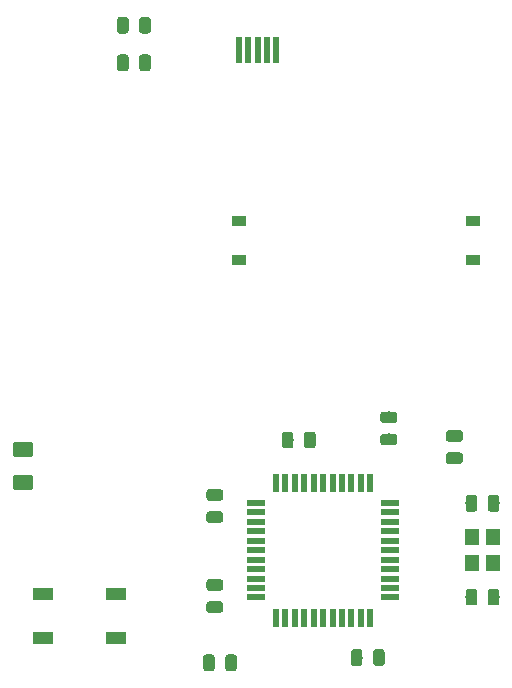
<source format=gbr>
G04 #@! TF.GenerationSoftware,KiCad,Pcbnew,(5.1.4)-1*
G04 #@! TF.CreationDate,2023-01-16T00:03:53+01:00*
G04 #@! TF.ProjectId,2ButtonKeyboardPCB,32427574-746f-46e4-9b65-79626f617264,rev?*
G04 #@! TF.SameCoordinates,Original*
G04 #@! TF.FileFunction,Paste,Bot*
G04 #@! TF.FilePolarity,Positive*
%FSLAX46Y46*%
G04 Gerber Fmt 4.6, Leading zero omitted, Abs format (unit mm)*
G04 Created by KiCad (PCBNEW (5.1.4)-1) date 2023-01-16 00:03:53*
%MOMM*%
%LPD*%
G04 APERTURE LIST*
%ADD10R,1.200000X0.900000*%
%ADD11R,1.200000X1.400000*%
%ADD12R,0.500000X2.250000*%
%ADD13R,1.500000X0.550000*%
%ADD14R,0.550000X1.500000*%
%ADD15R,1.800000X1.100000*%
%ADD16C,0.100000*%
%ADD17C,0.975000*%
%ADD18C,1.250000*%
G04 APERTURE END LIST*
D10*
X169068750Y-68993750D03*
X169068750Y-72293750D03*
X188912500Y-68931250D03*
X188912500Y-72231250D03*
D11*
X190556250Y-97937500D03*
X190556250Y-95737500D03*
X188856250Y-95737500D03*
X188856250Y-97937500D03*
D12*
X169056250Y-54506250D03*
X169856250Y-54506250D03*
X170656250Y-54506250D03*
X171456250Y-54506250D03*
X172256250Y-54506250D03*
D13*
X170512500Y-92837500D03*
X170512500Y-93637500D03*
X170512500Y-94437500D03*
X170512500Y-95237500D03*
X170512500Y-96037500D03*
X170512500Y-96837500D03*
X170512500Y-97637500D03*
X170512500Y-98437500D03*
X170512500Y-99237500D03*
X170512500Y-100037500D03*
X170512500Y-100837500D03*
D14*
X172212500Y-102537500D03*
X173012500Y-102537500D03*
X173812500Y-102537500D03*
X174612500Y-102537500D03*
X175412500Y-102537500D03*
X176212500Y-102537500D03*
X177012500Y-102537500D03*
X177812500Y-102537500D03*
X178612500Y-102537500D03*
X179412500Y-102537500D03*
X180212500Y-102537500D03*
D13*
X181912500Y-100837500D03*
X181912500Y-100037500D03*
X181912500Y-99237500D03*
X181912500Y-98437500D03*
X181912500Y-97637500D03*
X181912500Y-96837500D03*
X181912500Y-96037500D03*
X181912500Y-95237500D03*
X181912500Y-94437500D03*
X181912500Y-93637500D03*
X181912500Y-92837500D03*
D14*
X180212500Y-91137500D03*
X179412500Y-91137500D03*
X178612500Y-91137500D03*
X177812500Y-91137500D03*
X177012500Y-91137500D03*
X176212500Y-91137500D03*
X175412500Y-91137500D03*
X174612500Y-91137500D03*
X173812500Y-91137500D03*
X173012500Y-91137500D03*
X172212500Y-91137500D03*
D15*
X158675000Y-104243750D03*
X152475000Y-100543750D03*
X158675000Y-100543750D03*
X152475000Y-104243750D03*
D16*
G36*
X168686392Y-105663674D02*
G01*
X168710053Y-105667184D01*
X168733257Y-105672996D01*
X168755779Y-105681054D01*
X168777403Y-105691282D01*
X168797920Y-105703579D01*
X168817133Y-105717829D01*
X168834857Y-105733893D01*
X168850921Y-105751617D01*
X168865171Y-105770830D01*
X168877468Y-105791347D01*
X168887696Y-105812971D01*
X168895754Y-105835493D01*
X168901566Y-105858697D01*
X168905076Y-105882358D01*
X168906250Y-105906250D01*
X168906250Y-106818750D01*
X168905076Y-106842642D01*
X168901566Y-106866303D01*
X168895754Y-106889507D01*
X168887696Y-106912029D01*
X168877468Y-106933653D01*
X168865171Y-106954170D01*
X168850921Y-106973383D01*
X168834857Y-106991107D01*
X168817133Y-107007171D01*
X168797920Y-107021421D01*
X168777403Y-107033718D01*
X168755779Y-107043946D01*
X168733257Y-107052004D01*
X168710053Y-107057816D01*
X168686392Y-107061326D01*
X168662500Y-107062500D01*
X168175000Y-107062500D01*
X168151108Y-107061326D01*
X168127447Y-107057816D01*
X168104243Y-107052004D01*
X168081721Y-107043946D01*
X168060097Y-107033718D01*
X168039580Y-107021421D01*
X168020367Y-107007171D01*
X168002643Y-106991107D01*
X167986579Y-106973383D01*
X167972329Y-106954170D01*
X167960032Y-106933653D01*
X167949804Y-106912029D01*
X167941746Y-106889507D01*
X167935934Y-106866303D01*
X167932424Y-106842642D01*
X167931250Y-106818750D01*
X167931250Y-105906250D01*
X167932424Y-105882358D01*
X167935934Y-105858697D01*
X167941746Y-105835493D01*
X167949804Y-105812971D01*
X167960032Y-105791347D01*
X167972329Y-105770830D01*
X167986579Y-105751617D01*
X168002643Y-105733893D01*
X168020367Y-105717829D01*
X168039580Y-105703579D01*
X168060097Y-105691282D01*
X168081721Y-105681054D01*
X168104243Y-105672996D01*
X168127447Y-105667184D01*
X168151108Y-105663674D01*
X168175000Y-105662500D01*
X168662500Y-105662500D01*
X168686392Y-105663674D01*
X168686392Y-105663674D01*
G37*
D17*
X168418750Y-106362500D03*
D16*
G36*
X166811392Y-105663674D02*
G01*
X166835053Y-105667184D01*
X166858257Y-105672996D01*
X166880779Y-105681054D01*
X166902403Y-105691282D01*
X166922920Y-105703579D01*
X166942133Y-105717829D01*
X166959857Y-105733893D01*
X166975921Y-105751617D01*
X166990171Y-105770830D01*
X167002468Y-105791347D01*
X167012696Y-105812971D01*
X167020754Y-105835493D01*
X167026566Y-105858697D01*
X167030076Y-105882358D01*
X167031250Y-105906250D01*
X167031250Y-106818750D01*
X167030076Y-106842642D01*
X167026566Y-106866303D01*
X167020754Y-106889507D01*
X167012696Y-106912029D01*
X167002468Y-106933653D01*
X166990171Y-106954170D01*
X166975921Y-106973383D01*
X166959857Y-106991107D01*
X166942133Y-107007171D01*
X166922920Y-107021421D01*
X166902403Y-107033718D01*
X166880779Y-107043946D01*
X166858257Y-107052004D01*
X166835053Y-107057816D01*
X166811392Y-107061326D01*
X166787500Y-107062500D01*
X166300000Y-107062500D01*
X166276108Y-107061326D01*
X166252447Y-107057816D01*
X166229243Y-107052004D01*
X166206721Y-107043946D01*
X166185097Y-107033718D01*
X166164580Y-107021421D01*
X166145367Y-107007171D01*
X166127643Y-106991107D01*
X166111579Y-106973383D01*
X166097329Y-106954170D01*
X166085032Y-106933653D01*
X166074804Y-106912029D01*
X166066746Y-106889507D01*
X166060934Y-106866303D01*
X166057424Y-106842642D01*
X166056250Y-106818750D01*
X166056250Y-105906250D01*
X166057424Y-105882358D01*
X166060934Y-105858697D01*
X166066746Y-105835493D01*
X166074804Y-105812971D01*
X166085032Y-105791347D01*
X166097329Y-105770830D01*
X166111579Y-105751617D01*
X166127643Y-105733893D01*
X166145367Y-105717829D01*
X166164580Y-105703579D01*
X166185097Y-105691282D01*
X166206721Y-105681054D01*
X166229243Y-105672996D01*
X166252447Y-105667184D01*
X166276108Y-105663674D01*
X166300000Y-105662500D01*
X166787500Y-105662500D01*
X166811392Y-105663674D01*
X166811392Y-105663674D01*
G37*
D17*
X166543750Y-106362500D03*
D16*
G36*
X187805142Y-86682424D02*
G01*
X187828803Y-86685934D01*
X187852007Y-86691746D01*
X187874529Y-86699804D01*
X187896153Y-86710032D01*
X187916670Y-86722329D01*
X187935883Y-86736579D01*
X187953607Y-86752643D01*
X187969671Y-86770367D01*
X187983921Y-86789580D01*
X187996218Y-86810097D01*
X188006446Y-86831721D01*
X188014504Y-86854243D01*
X188020316Y-86877447D01*
X188023826Y-86901108D01*
X188025000Y-86925000D01*
X188025000Y-87412500D01*
X188023826Y-87436392D01*
X188020316Y-87460053D01*
X188014504Y-87483257D01*
X188006446Y-87505779D01*
X187996218Y-87527403D01*
X187983921Y-87547920D01*
X187969671Y-87567133D01*
X187953607Y-87584857D01*
X187935883Y-87600921D01*
X187916670Y-87615171D01*
X187896153Y-87627468D01*
X187874529Y-87637696D01*
X187852007Y-87645754D01*
X187828803Y-87651566D01*
X187805142Y-87655076D01*
X187781250Y-87656250D01*
X186868750Y-87656250D01*
X186844858Y-87655076D01*
X186821197Y-87651566D01*
X186797993Y-87645754D01*
X186775471Y-87637696D01*
X186753847Y-87627468D01*
X186733330Y-87615171D01*
X186714117Y-87600921D01*
X186696393Y-87584857D01*
X186680329Y-87567133D01*
X186666079Y-87547920D01*
X186653782Y-87527403D01*
X186643554Y-87505779D01*
X186635496Y-87483257D01*
X186629684Y-87460053D01*
X186626174Y-87436392D01*
X186625000Y-87412500D01*
X186625000Y-86925000D01*
X186626174Y-86901108D01*
X186629684Y-86877447D01*
X186635496Y-86854243D01*
X186643554Y-86831721D01*
X186653782Y-86810097D01*
X186666079Y-86789580D01*
X186680329Y-86770367D01*
X186696393Y-86752643D01*
X186714117Y-86736579D01*
X186733330Y-86722329D01*
X186753847Y-86710032D01*
X186775471Y-86699804D01*
X186797993Y-86691746D01*
X186821197Y-86685934D01*
X186844858Y-86682424D01*
X186868750Y-86681250D01*
X187781250Y-86681250D01*
X187805142Y-86682424D01*
X187805142Y-86682424D01*
G37*
D17*
X187325000Y-87168750D03*
D16*
G36*
X187805142Y-88557424D02*
G01*
X187828803Y-88560934D01*
X187852007Y-88566746D01*
X187874529Y-88574804D01*
X187896153Y-88585032D01*
X187916670Y-88597329D01*
X187935883Y-88611579D01*
X187953607Y-88627643D01*
X187969671Y-88645367D01*
X187983921Y-88664580D01*
X187996218Y-88685097D01*
X188006446Y-88706721D01*
X188014504Y-88729243D01*
X188020316Y-88752447D01*
X188023826Y-88776108D01*
X188025000Y-88800000D01*
X188025000Y-89287500D01*
X188023826Y-89311392D01*
X188020316Y-89335053D01*
X188014504Y-89358257D01*
X188006446Y-89380779D01*
X187996218Y-89402403D01*
X187983921Y-89422920D01*
X187969671Y-89442133D01*
X187953607Y-89459857D01*
X187935883Y-89475921D01*
X187916670Y-89490171D01*
X187896153Y-89502468D01*
X187874529Y-89512696D01*
X187852007Y-89520754D01*
X187828803Y-89526566D01*
X187805142Y-89530076D01*
X187781250Y-89531250D01*
X186868750Y-89531250D01*
X186844858Y-89530076D01*
X186821197Y-89526566D01*
X186797993Y-89520754D01*
X186775471Y-89512696D01*
X186753847Y-89502468D01*
X186733330Y-89490171D01*
X186714117Y-89475921D01*
X186696393Y-89459857D01*
X186680329Y-89442133D01*
X186666079Y-89422920D01*
X186653782Y-89402403D01*
X186643554Y-89380779D01*
X186635496Y-89358257D01*
X186629684Y-89335053D01*
X186626174Y-89311392D01*
X186625000Y-89287500D01*
X186625000Y-88800000D01*
X186626174Y-88776108D01*
X186629684Y-88752447D01*
X186635496Y-88729243D01*
X186643554Y-88706721D01*
X186653782Y-88685097D01*
X186666079Y-88664580D01*
X186680329Y-88645367D01*
X186696393Y-88627643D01*
X186714117Y-88611579D01*
X186733330Y-88597329D01*
X186753847Y-88585032D01*
X186775471Y-88574804D01*
X186797993Y-88566746D01*
X186821197Y-88560934D01*
X186844858Y-88557424D01*
X186868750Y-88556250D01*
X187781250Y-88556250D01*
X187805142Y-88557424D01*
X187805142Y-88557424D01*
G37*
D17*
X187325000Y-89043750D03*
D16*
G36*
X161398892Y-54863674D02*
G01*
X161422553Y-54867184D01*
X161445757Y-54872996D01*
X161468279Y-54881054D01*
X161489903Y-54891282D01*
X161510420Y-54903579D01*
X161529633Y-54917829D01*
X161547357Y-54933893D01*
X161563421Y-54951617D01*
X161577671Y-54970830D01*
X161589968Y-54991347D01*
X161600196Y-55012971D01*
X161608254Y-55035493D01*
X161614066Y-55058697D01*
X161617576Y-55082358D01*
X161618750Y-55106250D01*
X161618750Y-56018750D01*
X161617576Y-56042642D01*
X161614066Y-56066303D01*
X161608254Y-56089507D01*
X161600196Y-56112029D01*
X161589968Y-56133653D01*
X161577671Y-56154170D01*
X161563421Y-56173383D01*
X161547357Y-56191107D01*
X161529633Y-56207171D01*
X161510420Y-56221421D01*
X161489903Y-56233718D01*
X161468279Y-56243946D01*
X161445757Y-56252004D01*
X161422553Y-56257816D01*
X161398892Y-56261326D01*
X161375000Y-56262500D01*
X160887500Y-56262500D01*
X160863608Y-56261326D01*
X160839947Y-56257816D01*
X160816743Y-56252004D01*
X160794221Y-56243946D01*
X160772597Y-56233718D01*
X160752080Y-56221421D01*
X160732867Y-56207171D01*
X160715143Y-56191107D01*
X160699079Y-56173383D01*
X160684829Y-56154170D01*
X160672532Y-56133653D01*
X160662304Y-56112029D01*
X160654246Y-56089507D01*
X160648434Y-56066303D01*
X160644924Y-56042642D01*
X160643750Y-56018750D01*
X160643750Y-55106250D01*
X160644924Y-55082358D01*
X160648434Y-55058697D01*
X160654246Y-55035493D01*
X160662304Y-55012971D01*
X160672532Y-54991347D01*
X160684829Y-54970830D01*
X160699079Y-54951617D01*
X160715143Y-54933893D01*
X160732867Y-54917829D01*
X160752080Y-54903579D01*
X160772597Y-54891282D01*
X160794221Y-54881054D01*
X160816743Y-54872996D01*
X160839947Y-54867184D01*
X160863608Y-54863674D01*
X160887500Y-54862500D01*
X161375000Y-54862500D01*
X161398892Y-54863674D01*
X161398892Y-54863674D01*
G37*
D17*
X161131250Y-55562500D03*
D16*
G36*
X159523892Y-54863674D02*
G01*
X159547553Y-54867184D01*
X159570757Y-54872996D01*
X159593279Y-54881054D01*
X159614903Y-54891282D01*
X159635420Y-54903579D01*
X159654633Y-54917829D01*
X159672357Y-54933893D01*
X159688421Y-54951617D01*
X159702671Y-54970830D01*
X159714968Y-54991347D01*
X159725196Y-55012971D01*
X159733254Y-55035493D01*
X159739066Y-55058697D01*
X159742576Y-55082358D01*
X159743750Y-55106250D01*
X159743750Y-56018750D01*
X159742576Y-56042642D01*
X159739066Y-56066303D01*
X159733254Y-56089507D01*
X159725196Y-56112029D01*
X159714968Y-56133653D01*
X159702671Y-56154170D01*
X159688421Y-56173383D01*
X159672357Y-56191107D01*
X159654633Y-56207171D01*
X159635420Y-56221421D01*
X159614903Y-56233718D01*
X159593279Y-56243946D01*
X159570757Y-56252004D01*
X159547553Y-56257816D01*
X159523892Y-56261326D01*
X159500000Y-56262500D01*
X159012500Y-56262500D01*
X158988608Y-56261326D01*
X158964947Y-56257816D01*
X158941743Y-56252004D01*
X158919221Y-56243946D01*
X158897597Y-56233718D01*
X158877080Y-56221421D01*
X158857867Y-56207171D01*
X158840143Y-56191107D01*
X158824079Y-56173383D01*
X158809829Y-56154170D01*
X158797532Y-56133653D01*
X158787304Y-56112029D01*
X158779246Y-56089507D01*
X158773434Y-56066303D01*
X158769924Y-56042642D01*
X158768750Y-56018750D01*
X158768750Y-55106250D01*
X158769924Y-55082358D01*
X158773434Y-55058697D01*
X158779246Y-55035493D01*
X158787304Y-55012971D01*
X158797532Y-54991347D01*
X158809829Y-54970830D01*
X158824079Y-54951617D01*
X158840143Y-54933893D01*
X158857867Y-54917829D01*
X158877080Y-54903579D01*
X158897597Y-54891282D01*
X158919221Y-54881054D01*
X158941743Y-54872996D01*
X158964947Y-54867184D01*
X158988608Y-54863674D01*
X159012500Y-54862500D01*
X159500000Y-54862500D01*
X159523892Y-54863674D01*
X159523892Y-54863674D01*
G37*
D17*
X159256250Y-55562500D03*
D16*
G36*
X161398892Y-51688674D02*
G01*
X161422553Y-51692184D01*
X161445757Y-51697996D01*
X161468279Y-51706054D01*
X161489903Y-51716282D01*
X161510420Y-51728579D01*
X161529633Y-51742829D01*
X161547357Y-51758893D01*
X161563421Y-51776617D01*
X161577671Y-51795830D01*
X161589968Y-51816347D01*
X161600196Y-51837971D01*
X161608254Y-51860493D01*
X161614066Y-51883697D01*
X161617576Y-51907358D01*
X161618750Y-51931250D01*
X161618750Y-52843750D01*
X161617576Y-52867642D01*
X161614066Y-52891303D01*
X161608254Y-52914507D01*
X161600196Y-52937029D01*
X161589968Y-52958653D01*
X161577671Y-52979170D01*
X161563421Y-52998383D01*
X161547357Y-53016107D01*
X161529633Y-53032171D01*
X161510420Y-53046421D01*
X161489903Y-53058718D01*
X161468279Y-53068946D01*
X161445757Y-53077004D01*
X161422553Y-53082816D01*
X161398892Y-53086326D01*
X161375000Y-53087500D01*
X160887500Y-53087500D01*
X160863608Y-53086326D01*
X160839947Y-53082816D01*
X160816743Y-53077004D01*
X160794221Y-53068946D01*
X160772597Y-53058718D01*
X160752080Y-53046421D01*
X160732867Y-53032171D01*
X160715143Y-53016107D01*
X160699079Y-52998383D01*
X160684829Y-52979170D01*
X160672532Y-52958653D01*
X160662304Y-52937029D01*
X160654246Y-52914507D01*
X160648434Y-52891303D01*
X160644924Y-52867642D01*
X160643750Y-52843750D01*
X160643750Y-51931250D01*
X160644924Y-51907358D01*
X160648434Y-51883697D01*
X160654246Y-51860493D01*
X160662304Y-51837971D01*
X160672532Y-51816347D01*
X160684829Y-51795830D01*
X160699079Y-51776617D01*
X160715143Y-51758893D01*
X160732867Y-51742829D01*
X160752080Y-51728579D01*
X160772597Y-51716282D01*
X160794221Y-51706054D01*
X160816743Y-51697996D01*
X160839947Y-51692184D01*
X160863608Y-51688674D01*
X160887500Y-51687500D01*
X161375000Y-51687500D01*
X161398892Y-51688674D01*
X161398892Y-51688674D01*
G37*
D17*
X161131250Y-52387500D03*
D16*
G36*
X159523892Y-51688674D02*
G01*
X159547553Y-51692184D01*
X159570757Y-51697996D01*
X159593279Y-51706054D01*
X159614903Y-51716282D01*
X159635420Y-51728579D01*
X159654633Y-51742829D01*
X159672357Y-51758893D01*
X159688421Y-51776617D01*
X159702671Y-51795830D01*
X159714968Y-51816347D01*
X159725196Y-51837971D01*
X159733254Y-51860493D01*
X159739066Y-51883697D01*
X159742576Y-51907358D01*
X159743750Y-51931250D01*
X159743750Y-52843750D01*
X159742576Y-52867642D01*
X159739066Y-52891303D01*
X159733254Y-52914507D01*
X159725196Y-52937029D01*
X159714968Y-52958653D01*
X159702671Y-52979170D01*
X159688421Y-52998383D01*
X159672357Y-53016107D01*
X159654633Y-53032171D01*
X159635420Y-53046421D01*
X159614903Y-53058718D01*
X159593279Y-53068946D01*
X159570757Y-53077004D01*
X159547553Y-53082816D01*
X159523892Y-53086326D01*
X159500000Y-53087500D01*
X159012500Y-53087500D01*
X158988608Y-53086326D01*
X158964947Y-53082816D01*
X158941743Y-53077004D01*
X158919221Y-53068946D01*
X158897597Y-53058718D01*
X158877080Y-53046421D01*
X158857867Y-53032171D01*
X158840143Y-53016107D01*
X158824079Y-52998383D01*
X158809829Y-52979170D01*
X158797532Y-52958653D01*
X158787304Y-52937029D01*
X158779246Y-52914507D01*
X158773434Y-52891303D01*
X158769924Y-52867642D01*
X158768750Y-52843750D01*
X158768750Y-51931250D01*
X158769924Y-51907358D01*
X158773434Y-51883697D01*
X158779246Y-51860493D01*
X158787304Y-51837971D01*
X158797532Y-51816347D01*
X158809829Y-51795830D01*
X158824079Y-51776617D01*
X158840143Y-51758893D01*
X158857867Y-51742829D01*
X158877080Y-51728579D01*
X158897597Y-51716282D01*
X158919221Y-51706054D01*
X158941743Y-51697996D01*
X158964947Y-51692184D01*
X158988608Y-51688674D01*
X159012500Y-51687500D01*
X159500000Y-51687500D01*
X159523892Y-51688674D01*
X159523892Y-51688674D01*
G37*
D17*
X159256250Y-52387500D03*
D16*
G36*
X151462004Y-87669954D02*
G01*
X151486273Y-87673554D01*
X151510071Y-87679515D01*
X151533171Y-87687780D01*
X151555349Y-87698270D01*
X151576393Y-87710883D01*
X151596098Y-87725497D01*
X151614277Y-87741973D01*
X151630753Y-87760152D01*
X151645367Y-87779857D01*
X151657980Y-87800901D01*
X151668470Y-87823079D01*
X151676735Y-87846179D01*
X151682696Y-87869977D01*
X151686296Y-87894246D01*
X151687500Y-87918750D01*
X151687500Y-88668750D01*
X151686296Y-88693254D01*
X151682696Y-88717523D01*
X151676735Y-88741321D01*
X151668470Y-88764421D01*
X151657980Y-88786599D01*
X151645367Y-88807643D01*
X151630753Y-88827348D01*
X151614277Y-88845527D01*
X151596098Y-88862003D01*
X151576393Y-88876617D01*
X151555349Y-88889230D01*
X151533171Y-88899720D01*
X151510071Y-88907985D01*
X151486273Y-88913946D01*
X151462004Y-88917546D01*
X151437500Y-88918750D01*
X150187500Y-88918750D01*
X150162996Y-88917546D01*
X150138727Y-88913946D01*
X150114929Y-88907985D01*
X150091829Y-88899720D01*
X150069651Y-88889230D01*
X150048607Y-88876617D01*
X150028902Y-88862003D01*
X150010723Y-88845527D01*
X149994247Y-88827348D01*
X149979633Y-88807643D01*
X149967020Y-88786599D01*
X149956530Y-88764421D01*
X149948265Y-88741321D01*
X149942304Y-88717523D01*
X149938704Y-88693254D01*
X149937500Y-88668750D01*
X149937500Y-87918750D01*
X149938704Y-87894246D01*
X149942304Y-87869977D01*
X149948265Y-87846179D01*
X149956530Y-87823079D01*
X149967020Y-87800901D01*
X149979633Y-87779857D01*
X149994247Y-87760152D01*
X150010723Y-87741973D01*
X150028902Y-87725497D01*
X150048607Y-87710883D01*
X150069651Y-87698270D01*
X150091829Y-87687780D01*
X150114929Y-87679515D01*
X150138727Y-87673554D01*
X150162996Y-87669954D01*
X150187500Y-87668750D01*
X151437500Y-87668750D01*
X151462004Y-87669954D01*
X151462004Y-87669954D01*
G37*
D18*
X150812500Y-88293750D03*
D16*
G36*
X151462004Y-90469954D02*
G01*
X151486273Y-90473554D01*
X151510071Y-90479515D01*
X151533171Y-90487780D01*
X151555349Y-90498270D01*
X151576393Y-90510883D01*
X151596098Y-90525497D01*
X151614277Y-90541973D01*
X151630753Y-90560152D01*
X151645367Y-90579857D01*
X151657980Y-90600901D01*
X151668470Y-90623079D01*
X151676735Y-90646179D01*
X151682696Y-90669977D01*
X151686296Y-90694246D01*
X151687500Y-90718750D01*
X151687500Y-91468750D01*
X151686296Y-91493254D01*
X151682696Y-91517523D01*
X151676735Y-91541321D01*
X151668470Y-91564421D01*
X151657980Y-91586599D01*
X151645367Y-91607643D01*
X151630753Y-91627348D01*
X151614277Y-91645527D01*
X151596098Y-91662003D01*
X151576393Y-91676617D01*
X151555349Y-91689230D01*
X151533171Y-91699720D01*
X151510071Y-91707985D01*
X151486273Y-91713946D01*
X151462004Y-91717546D01*
X151437500Y-91718750D01*
X150187500Y-91718750D01*
X150162996Y-91717546D01*
X150138727Y-91713946D01*
X150114929Y-91707985D01*
X150091829Y-91699720D01*
X150069651Y-91689230D01*
X150048607Y-91676617D01*
X150028902Y-91662003D01*
X150010723Y-91645527D01*
X149994247Y-91627348D01*
X149979633Y-91607643D01*
X149967020Y-91586599D01*
X149956530Y-91564421D01*
X149948265Y-91541321D01*
X149942304Y-91517523D01*
X149938704Y-91493254D01*
X149937500Y-91468750D01*
X149937500Y-90718750D01*
X149938704Y-90694246D01*
X149942304Y-90669977D01*
X149948265Y-90646179D01*
X149956530Y-90623079D01*
X149967020Y-90600901D01*
X149979633Y-90579857D01*
X149994247Y-90560152D01*
X150010723Y-90541973D01*
X150028902Y-90525497D01*
X150048607Y-90510883D01*
X150069651Y-90498270D01*
X150091829Y-90487780D01*
X150114929Y-90479515D01*
X150138727Y-90473554D01*
X150162996Y-90469954D01*
X150187500Y-90468750D01*
X151437500Y-90468750D01*
X151462004Y-90469954D01*
X151462004Y-90469954D01*
G37*
D18*
X150812500Y-91093750D03*
D16*
G36*
X182248892Y-85094924D02*
G01*
X182272553Y-85098434D01*
X182295757Y-85104246D01*
X182318279Y-85112304D01*
X182339903Y-85122532D01*
X182360420Y-85134829D01*
X182379633Y-85149079D01*
X182397357Y-85165143D01*
X182413421Y-85182867D01*
X182427671Y-85202080D01*
X182439968Y-85222597D01*
X182450196Y-85244221D01*
X182458254Y-85266743D01*
X182464066Y-85289947D01*
X182467576Y-85313608D01*
X182468750Y-85337500D01*
X182468750Y-85825000D01*
X182467576Y-85848892D01*
X182464066Y-85872553D01*
X182458254Y-85895757D01*
X182450196Y-85918279D01*
X182439968Y-85939903D01*
X182427671Y-85960420D01*
X182413421Y-85979633D01*
X182397357Y-85997357D01*
X182379633Y-86013421D01*
X182360420Y-86027671D01*
X182339903Y-86039968D01*
X182318279Y-86050196D01*
X182295757Y-86058254D01*
X182272553Y-86064066D01*
X182248892Y-86067576D01*
X182225000Y-86068750D01*
X181312500Y-86068750D01*
X181288608Y-86067576D01*
X181264947Y-86064066D01*
X181241743Y-86058254D01*
X181219221Y-86050196D01*
X181197597Y-86039968D01*
X181177080Y-86027671D01*
X181157867Y-86013421D01*
X181140143Y-85997357D01*
X181124079Y-85979633D01*
X181109829Y-85960420D01*
X181097532Y-85939903D01*
X181087304Y-85918279D01*
X181079246Y-85895757D01*
X181073434Y-85872553D01*
X181069924Y-85848892D01*
X181068750Y-85825000D01*
X181068750Y-85337500D01*
X181069924Y-85313608D01*
X181073434Y-85289947D01*
X181079246Y-85266743D01*
X181087304Y-85244221D01*
X181097532Y-85222597D01*
X181109829Y-85202080D01*
X181124079Y-85182867D01*
X181140143Y-85165143D01*
X181157867Y-85149079D01*
X181177080Y-85134829D01*
X181197597Y-85122532D01*
X181219221Y-85112304D01*
X181241743Y-85104246D01*
X181264947Y-85098434D01*
X181288608Y-85094924D01*
X181312500Y-85093750D01*
X182225000Y-85093750D01*
X182248892Y-85094924D01*
X182248892Y-85094924D01*
G37*
D17*
X181768750Y-85581250D03*
D16*
G36*
X182248892Y-86969924D02*
G01*
X182272553Y-86973434D01*
X182295757Y-86979246D01*
X182318279Y-86987304D01*
X182339903Y-86997532D01*
X182360420Y-87009829D01*
X182379633Y-87024079D01*
X182397357Y-87040143D01*
X182413421Y-87057867D01*
X182427671Y-87077080D01*
X182439968Y-87097597D01*
X182450196Y-87119221D01*
X182458254Y-87141743D01*
X182464066Y-87164947D01*
X182467576Y-87188608D01*
X182468750Y-87212500D01*
X182468750Y-87700000D01*
X182467576Y-87723892D01*
X182464066Y-87747553D01*
X182458254Y-87770757D01*
X182450196Y-87793279D01*
X182439968Y-87814903D01*
X182427671Y-87835420D01*
X182413421Y-87854633D01*
X182397357Y-87872357D01*
X182379633Y-87888421D01*
X182360420Y-87902671D01*
X182339903Y-87914968D01*
X182318279Y-87925196D01*
X182295757Y-87933254D01*
X182272553Y-87939066D01*
X182248892Y-87942576D01*
X182225000Y-87943750D01*
X181312500Y-87943750D01*
X181288608Y-87942576D01*
X181264947Y-87939066D01*
X181241743Y-87933254D01*
X181219221Y-87925196D01*
X181197597Y-87914968D01*
X181177080Y-87902671D01*
X181157867Y-87888421D01*
X181140143Y-87872357D01*
X181124079Y-87854633D01*
X181109829Y-87835420D01*
X181097532Y-87814903D01*
X181087304Y-87793279D01*
X181079246Y-87770757D01*
X181073434Y-87747553D01*
X181069924Y-87723892D01*
X181068750Y-87700000D01*
X181068750Y-87212500D01*
X181069924Y-87188608D01*
X181073434Y-87164947D01*
X181079246Y-87141743D01*
X181087304Y-87119221D01*
X181097532Y-87097597D01*
X181109829Y-87077080D01*
X181124079Y-87057867D01*
X181140143Y-87040143D01*
X181157867Y-87024079D01*
X181177080Y-87009829D01*
X181197597Y-86997532D01*
X181219221Y-86987304D01*
X181241743Y-86979246D01*
X181264947Y-86973434D01*
X181288608Y-86969924D01*
X181312500Y-86968750D01*
X182225000Y-86968750D01*
X182248892Y-86969924D01*
X182248892Y-86969924D01*
G37*
D17*
X181768750Y-87456250D03*
D16*
G36*
X167516892Y-93542174D02*
G01*
X167540553Y-93545684D01*
X167563757Y-93551496D01*
X167586279Y-93559554D01*
X167607903Y-93569782D01*
X167628420Y-93582079D01*
X167647633Y-93596329D01*
X167665357Y-93612393D01*
X167681421Y-93630117D01*
X167695671Y-93649330D01*
X167707968Y-93669847D01*
X167718196Y-93691471D01*
X167726254Y-93713993D01*
X167732066Y-93737197D01*
X167735576Y-93760858D01*
X167736750Y-93784750D01*
X167736750Y-94272250D01*
X167735576Y-94296142D01*
X167732066Y-94319803D01*
X167726254Y-94343007D01*
X167718196Y-94365529D01*
X167707968Y-94387153D01*
X167695671Y-94407670D01*
X167681421Y-94426883D01*
X167665357Y-94444607D01*
X167647633Y-94460671D01*
X167628420Y-94474921D01*
X167607903Y-94487218D01*
X167586279Y-94497446D01*
X167563757Y-94505504D01*
X167540553Y-94511316D01*
X167516892Y-94514826D01*
X167493000Y-94516000D01*
X166580500Y-94516000D01*
X166556608Y-94514826D01*
X166532947Y-94511316D01*
X166509743Y-94505504D01*
X166487221Y-94497446D01*
X166465597Y-94487218D01*
X166445080Y-94474921D01*
X166425867Y-94460671D01*
X166408143Y-94444607D01*
X166392079Y-94426883D01*
X166377829Y-94407670D01*
X166365532Y-94387153D01*
X166355304Y-94365529D01*
X166347246Y-94343007D01*
X166341434Y-94319803D01*
X166337924Y-94296142D01*
X166336750Y-94272250D01*
X166336750Y-93784750D01*
X166337924Y-93760858D01*
X166341434Y-93737197D01*
X166347246Y-93713993D01*
X166355304Y-93691471D01*
X166365532Y-93669847D01*
X166377829Y-93649330D01*
X166392079Y-93630117D01*
X166408143Y-93612393D01*
X166425867Y-93596329D01*
X166445080Y-93582079D01*
X166465597Y-93569782D01*
X166487221Y-93559554D01*
X166509743Y-93551496D01*
X166532947Y-93545684D01*
X166556608Y-93542174D01*
X166580500Y-93541000D01*
X167493000Y-93541000D01*
X167516892Y-93542174D01*
X167516892Y-93542174D01*
G37*
D17*
X167036750Y-94028500D03*
D16*
G36*
X167516892Y-91667174D02*
G01*
X167540553Y-91670684D01*
X167563757Y-91676496D01*
X167586279Y-91684554D01*
X167607903Y-91694782D01*
X167628420Y-91707079D01*
X167647633Y-91721329D01*
X167665357Y-91737393D01*
X167681421Y-91755117D01*
X167695671Y-91774330D01*
X167707968Y-91794847D01*
X167718196Y-91816471D01*
X167726254Y-91838993D01*
X167732066Y-91862197D01*
X167735576Y-91885858D01*
X167736750Y-91909750D01*
X167736750Y-92397250D01*
X167735576Y-92421142D01*
X167732066Y-92444803D01*
X167726254Y-92468007D01*
X167718196Y-92490529D01*
X167707968Y-92512153D01*
X167695671Y-92532670D01*
X167681421Y-92551883D01*
X167665357Y-92569607D01*
X167647633Y-92585671D01*
X167628420Y-92599921D01*
X167607903Y-92612218D01*
X167586279Y-92622446D01*
X167563757Y-92630504D01*
X167540553Y-92636316D01*
X167516892Y-92639826D01*
X167493000Y-92641000D01*
X166580500Y-92641000D01*
X166556608Y-92639826D01*
X166532947Y-92636316D01*
X166509743Y-92630504D01*
X166487221Y-92622446D01*
X166465597Y-92612218D01*
X166445080Y-92599921D01*
X166425867Y-92585671D01*
X166408143Y-92569607D01*
X166392079Y-92551883D01*
X166377829Y-92532670D01*
X166365532Y-92512153D01*
X166355304Y-92490529D01*
X166347246Y-92468007D01*
X166341434Y-92444803D01*
X166337924Y-92421142D01*
X166336750Y-92397250D01*
X166336750Y-91909750D01*
X166337924Y-91885858D01*
X166341434Y-91862197D01*
X166347246Y-91838993D01*
X166355304Y-91816471D01*
X166365532Y-91794847D01*
X166377829Y-91774330D01*
X166392079Y-91755117D01*
X166408143Y-91737393D01*
X166425867Y-91721329D01*
X166445080Y-91707079D01*
X166465597Y-91694782D01*
X166487221Y-91684554D01*
X166509743Y-91676496D01*
X166532947Y-91670684D01*
X166556608Y-91667174D01*
X166580500Y-91666000D01*
X167493000Y-91666000D01*
X167516892Y-91667174D01*
X167516892Y-91667174D01*
G37*
D17*
X167036750Y-92153500D03*
D16*
G36*
X167516892Y-99287174D02*
G01*
X167540553Y-99290684D01*
X167563757Y-99296496D01*
X167586279Y-99304554D01*
X167607903Y-99314782D01*
X167628420Y-99327079D01*
X167647633Y-99341329D01*
X167665357Y-99357393D01*
X167681421Y-99375117D01*
X167695671Y-99394330D01*
X167707968Y-99414847D01*
X167718196Y-99436471D01*
X167726254Y-99458993D01*
X167732066Y-99482197D01*
X167735576Y-99505858D01*
X167736750Y-99529750D01*
X167736750Y-100017250D01*
X167735576Y-100041142D01*
X167732066Y-100064803D01*
X167726254Y-100088007D01*
X167718196Y-100110529D01*
X167707968Y-100132153D01*
X167695671Y-100152670D01*
X167681421Y-100171883D01*
X167665357Y-100189607D01*
X167647633Y-100205671D01*
X167628420Y-100219921D01*
X167607903Y-100232218D01*
X167586279Y-100242446D01*
X167563757Y-100250504D01*
X167540553Y-100256316D01*
X167516892Y-100259826D01*
X167493000Y-100261000D01*
X166580500Y-100261000D01*
X166556608Y-100259826D01*
X166532947Y-100256316D01*
X166509743Y-100250504D01*
X166487221Y-100242446D01*
X166465597Y-100232218D01*
X166445080Y-100219921D01*
X166425867Y-100205671D01*
X166408143Y-100189607D01*
X166392079Y-100171883D01*
X166377829Y-100152670D01*
X166365532Y-100132153D01*
X166355304Y-100110529D01*
X166347246Y-100088007D01*
X166341434Y-100064803D01*
X166337924Y-100041142D01*
X166336750Y-100017250D01*
X166336750Y-99529750D01*
X166337924Y-99505858D01*
X166341434Y-99482197D01*
X166347246Y-99458993D01*
X166355304Y-99436471D01*
X166365532Y-99414847D01*
X166377829Y-99394330D01*
X166392079Y-99375117D01*
X166408143Y-99357393D01*
X166425867Y-99341329D01*
X166445080Y-99327079D01*
X166465597Y-99314782D01*
X166487221Y-99304554D01*
X166509743Y-99296496D01*
X166532947Y-99290684D01*
X166556608Y-99287174D01*
X166580500Y-99286000D01*
X167493000Y-99286000D01*
X167516892Y-99287174D01*
X167516892Y-99287174D01*
G37*
D17*
X167036750Y-99773500D03*
D16*
G36*
X167516892Y-101162174D02*
G01*
X167540553Y-101165684D01*
X167563757Y-101171496D01*
X167586279Y-101179554D01*
X167607903Y-101189782D01*
X167628420Y-101202079D01*
X167647633Y-101216329D01*
X167665357Y-101232393D01*
X167681421Y-101250117D01*
X167695671Y-101269330D01*
X167707968Y-101289847D01*
X167718196Y-101311471D01*
X167726254Y-101333993D01*
X167732066Y-101357197D01*
X167735576Y-101380858D01*
X167736750Y-101404750D01*
X167736750Y-101892250D01*
X167735576Y-101916142D01*
X167732066Y-101939803D01*
X167726254Y-101963007D01*
X167718196Y-101985529D01*
X167707968Y-102007153D01*
X167695671Y-102027670D01*
X167681421Y-102046883D01*
X167665357Y-102064607D01*
X167647633Y-102080671D01*
X167628420Y-102094921D01*
X167607903Y-102107218D01*
X167586279Y-102117446D01*
X167563757Y-102125504D01*
X167540553Y-102131316D01*
X167516892Y-102134826D01*
X167493000Y-102136000D01*
X166580500Y-102136000D01*
X166556608Y-102134826D01*
X166532947Y-102131316D01*
X166509743Y-102125504D01*
X166487221Y-102117446D01*
X166465597Y-102107218D01*
X166445080Y-102094921D01*
X166425867Y-102080671D01*
X166408143Y-102064607D01*
X166392079Y-102046883D01*
X166377829Y-102027670D01*
X166365532Y-102007153D01*
X166355304Y-101985529D01*
X166347246Y-101963007D01*
X166341434Y-101939803D01*
X166337924Y-101916142D01*
X166336750Y-101892250D01*
X166336750Y-101404750D01*
X166337924Y-101380858D01*
X166341434Y-101357197D01*
X166347246Y-101333993D01*
X166355304Y-101311471D01*
X166365532Y-101289847D01*
X166377829Y-101269330D01*
X166392079Y-101250117D01*
X166408143Y-101232393D01*
X166425867Y-101216329D01*
X166445080Y-101202079D01*
X166465597Y-101189782D01*
X166487221Y-101179554D01*
X166509743Y-101171496D01*
X166532947Y-101165684D01*
X166556608Y-101162174D01*
X166580500Y-101161000D01*
X167493000Y-101161000D01*
X167516892Y-101162174D01*
X167516892Y-101162174D01*
G37*
D17*
X167036750Y-101648500D03*
D16*
G36*
X189036392Y-92169924D02*
G01*
X189060053Y-92173434D01*
X189083257Y-92179246D01*
X189105779Y-92187304D01*
X189127403Y-92197532D01*
X189147920Y-92209829D01*
X189167133Y-92224079D01*
X189184857Y-92240143D01*
X189200921Y-92257867D01*
X189215171Y-92277080D01*
X189227468Y-92297597D01*
X189237696Y-92319221D01*
X189245754Y-92341743D01*
X189251566Y-92364947D01*
X189255076Y-92388608D01*
X189256250Y-92412500D01*
X189256250Y-93325000D01*
X189255076Y-93348892D01*
X189251566Y-93372553D01*
X189245754Y-93395757D01*
X189237696Y-93418279D01*
X189227468Y-93439903D01*
X189215171Y-93460420D01*
X189200921Y-93479633D01*
X189184857Y-93497357D01*
X189167133Y-93513421D01*
X189147920Y-93527671D01*
X189127403Y-93539968D01*
X189105779Y-93550196D01*
X189083257Y-93558254D01*
X189060053Y-93564066D01*
X189036392Y-93567576D01*
X189012500Y-93568750D01*
X188525000Y-93568750D01*
X188501108Y-93567576D01*
X188477447Y-93564066D01*
X188454243Y-93558254D01*
X188431721Y-93550196D01*
X188410097Y-93539968D01*
X188389580Y-93527671D01*
X188370367Y-93513421D01*
X188352643Y-93497357D01*
X188336579Y-93479633D01*
X188322329Y-93460420D01*
X188310032Y-93439903D01*
X188299804Y-93418279D01*
X188291746Y-93395757D01*
X188285934Y-93372553D01*
X188282424Y-93348892D01*
X188281250Y-93325000D01*
X188281250Y-92412500D01*
X188282424Y-92388608D01*
X188285934Y-92364947D01*
X188291746Y-92341743D01*
X188299804Y-92319221D01*
X188310032Y-92297597D01*
X188322329Y-92277080D01*
X188336579Y-92257867D01*
X188352643Y-92240143D01*
X188370367Y-92224079D01*
X188389580Y-92209829D01*
X188410097Y-92197532D01*
X188431721Y-92187304D01*
X188454243Y-92179246D01*
X188477447Y-92173434D01*
X188501108Y-92169924D01*
X188525000Y-92168750D01*
X189012500Y-92168750D01*
X189036392Y-92169924D01*
X189036392Y-92169924D01*
G37*
D17*
X188768750Y-92868750D03*
D16*
G36*
X190911392Y-92169924D02*
G01*
X190935053Y-92173434D01*
X190958257Y-92179246D01*
X190980779Y-92187304D01*
X191002403Y-92197532D01*
X191022920Y-92209829D01*
X191042133Y-92224079D01*
X191059857Y-92240143D01*
X191075921Y-92257867D01*
X191090171Y-92277080D01*
X191102468Y-92297597D01*
X191112696Y-92319221D01*
X191120754Y-92341743D01*
X191126566Y-92364947D01*
X191130076Y-92388608D01*
X191131250Y-92412500D01*
X191131250Y-93325000D01*
X191130076Y-93348892D01*
X191126566Y-93372553D01*
X191120754Y-93395757D01*
X191112696Y-93418279D01*
X191102468Y-93439903D01*
X191090171Y-93460420D01*
X191075921Y-93479633D01*
X191059857Y-93497357D01*
X191042133Y-93513421D01*
X191022920Y-93527671D01*
X191002403Y-93539968D01*
X190980779Y-93550196D01*
X190958257Y-93558254D01*
X190935053Y-93564066D01*
X190911392Y-93567576D01*
X190887500Y-93568750D01*
X190400000Y-93568750D01*
X190376108Y-93567576D01*
X190352447Y-93564066D01*
X190329243Y-93558254D01*
X190306721Y-93550196D01*
X190285097Y-93539968D01*
X190264580Y-93527671D01*
X190245367Y-93513421D01*
X190227643Y-93497357D01*
X190211579Y-93479633D01*
X190197329Y-93460420D01*
X190185032Y-93439903D01*
X190174804Y-93418279D01*
X190166746Y-93395757D01*
X190160934Y-93372553D01*
X190157424Y-93348892D01*
X190156250Y-93325000D01*
X190156250Y-92412500D01*
X190157424Y-92388608D01*
X190160934Y-92364947D01*
X190166746Y-92341743D01*
X190174804Y-92319221D01*
X190185032Y-92297597D01*
X190197329Y-92277080D01*
X190211579Y-92257867D01*
X190227643Y-92240143D01*
X190245367Y-92224079D01*
X190264580Y-92209829D01*
X190285097Y-92197532D01*
X190306721Y-92187304D01*
X190329243Y-92179246D01*
X190352447Y-92173434D01*
X190376108Y-92169924D01*
X190400000Y-92168750D01*
X190887500Y-92168750D01*
X190911392Y-92169924D01*
X190911392Y-92169924D01*
G37*
D17*
X190643750Y-92868750D03*
D16*
G36*
X190911392Y-100107424D02*
G01*
X190935053Y-100110934D01*
X190958257Y-100116746D01*
X190980779Y-100124804D01*
X191002403Y-100135032D01*
X191022920Y-100147329D01*
X191042133Y-100161579D01*
X191059857Y-100177643D01*
X191075921Y-100195367D01*
X191090171Y-100214580D01*
X191102468Y-100235097D01*
X191112696Y-100256721D01*
X191120754Y-100279243D01*
X191126566Y-100302447D01*
X191130076Y-100326108D01*
X191131250Y-100350000D01*
X191131250Y-101262500D01*
X191130076Y-101286392D01*
X191126566Y-101310053D01*
X191120754Y-101333257D01*
X191112696Y-101355779D01*
X191102468Y-101377403D01*
X191090171Y-101397920D01*
X191075921Y-101417133D01*
X191059857Y-101434857D01*
X191042133Y-101450921D01*
X191022920Y-101465171D01*
X191002403Y-101477468D01*
X190980779Y-101487696D01*
X190958257Y-101495754D01*
X190935053Y-101501566D01*
X190911392Y-101505076D01*
X190887500Y-101506250D01*
X190400000Y-101506250D01*
X190376108Y-101505076D01*
X190352447Y-101501566D01*
X190329243Y-101495754D01*
X190306721Y-101487696D01*
X190285097Y-101477468D01*
X190264580Y-101465171D01*
X190245367Y-101450921D01*
X190227643Y-101434857D01*
X190211579Y-101417133D01*
X190197329Y-101397920D01*
X190185032Y-101377403D01*
X190174804Y-101355779D01*
X190166746Y-101333257D01*
X190160934Y-101310053D01*
X190157424Y-101286392D01*
X190156250Y-101262500D01*
X190156250Y-100350000D01*
X190157424Y-100326108D01*
X190160934Y-100302447D01*
X190166746Y-100279243D01*
X190174804Y-100256721D01*
X190185032Y-100235097D01*
X190197329Y-100214580D01*
X190211579Y-100195367D01*
X190227643Y-100177643D01*
X190245367Y-100161579D01*
X190264580Y-100147329D01*
X190285097Y-100135032D01*
X190306721Y-100124804D01*
X190329243Y-100116746D01*
X190352447Y-100110934D01*
X190376108Y-100107424D01*
X190400000Y-100106250D01*
X190887500Y-100106250D01*
X190911392Y-100107424D01*
X190911392Y-100107424D01*
G37*
D17*
X190643750Y-100806250D03*
D16*
G36*
X189036392Y-100107424D02*
G01*
X189060053Y-100110934D01*
X189083257Y-100116746D01*
X189105779Y-100124804D01*
X189127403Y-100135032D01*
X189147920Y-100147329D01*
X189167133Y-100161579D01*
X189184857Y-100177643D01*
X189200921Y-100195367D01*
X189215171Y-100214580D01*
X189227468Y-100235097D01*
X189237696Y-100256721D01*
X189245754Y-100279243D01*
X189251566Y-100302447D01*
X189255076Y-100326108D01*
X189256250Y-100350000D01*
X189256250Y-101262500D01*
X189255076Y-101286392D01*
X189251566Y-101310053D01*
X189245754Y-101333257D01*
X189237696Y-101355779D01*
X189227468Y-101377403D01*
X189215171Y-101397920D01*
X189200921Y-101417133D01*
X189184857Y-101434857D01*
X189167133Y-101450921D01*
X189147920Y-101465171D01*
X189127403Y-101477468D01*
X189105779Y-101487696D01*
X189083257Y-101495754D01*
X189060053Y-101501566D01*
X189036392Y-101505076D01*
X189012500Y-101506250D01*
X188525000Y-101506250D01*
X188501108Y-101505076D01*
X188477447Y-101501566D01*
X188454243Y-101495754D01*
X188431721Y-101487696D01*
X188410097Y-101477468D01*
X188389580Y-101465171D01*
X188370367Y-101450921D01*
X188352643Y-101434857D01*
X188336579Y-101417133D01*
X188322329Y-101397920D01*
X188310032Y-101377403D01*
X188299804Y-101355779D01*
X188291746Y-101333257D01*
X188285934Y-101310053D01*
X188282424Y-101286392D01*
X188281250Y-101262500D01*
X188281250Y-100350000D01*
X188282424Y-100326108D01*
X188285934Y-100302447D01*
X188291746Y-100279243D01*
X188299804Y-100256721D01*
X188310032Y-100235097D01*
X188322329Y-100214580D01*
X188336579Y-100195367D01*
X188352643Y-100177643D01*
X188370367Y-100161579D01*
X188389580Y-100147329D01*
X188410097Y-100135032D01*
X188431721Y-100124804D01*
X188454243Y-100116746D01*
X188477447Y-100110934D01*
X188501108Y-100107424D01*
X188525000Y-100106250D01*
X189012500Y-100106250D01*
X189036392Y-100107424D01*
X189036392Y-100107424D01*
G37*
D17*
X188768750Y-100806250D03*
D16*
G36*
X175353892Y-86804174D02*
G01*
X175377553Y-86807684D01*
X175400757Y-86813496D01*
X175423279Y-86821554D01*
X175444903Y-86831782D01*
X175465420Y-86844079D01*
X175484633Y-86858329D01*
X175502357Y-86874393D01*
X175518421Y-86892117D01*
X175532671Y-86911330D01*
X175544968Y-86931847D01*
X175555196Y-86953471D01*
X175563254Y-86975993D01*
X175569066Y-86999197D01*
X175572576Y-87022858D01*
X175573750Y-87046750D01*
X175573750Y-87959250D01*
X175572576Y-87983142D01*
X175569066Y-88006803D01*
X175563254Y-88030007D01*
X175555196Y-88052529D01*
X175544968Y-88074153D01*
X175532671Y-88094670D01*
X175518421Y-88113883D01*
X175502357Y-88131607D01*
X175484633Y-88147671D01*
X175465420Y-88161921D01*
X175444903Y-88174218D01*
X175423279Y-88184446D01*
X175400757Y-88192504D01*
X175377553Y-88198316D01*
X175353892Y-88201826D01*
X175330000Y-88203000D01*
X174842500Y-88203000D01*
X174818608Y-88201826D01*
X174794947Y-88198316D01*
X174771743Y-88192504D01*
X174749221Y-88184446D01*
X174727597Y-88174218D01*
X174707080Y-88161921D01*
X174687867Y-88147671D01*
X174670143Y-88131607D01*
X174654079Y-88113883D01*
X174639829Y-88094670D01*
X174627532Y-88074153D01*
X174617304Y-88052529D01*
X174609246Y-88030007D01*
X174603434Y-88006803D01*
X174599924Y-87983142D01*
X174598750Y-87959250D01*
X174598750Y-87046750D01*
X174599924Y-87022858D01*
X174603434Y-86999197D01*
X174609246Y-86975993D01*
X174617304Y-86953471D01*
X174627532Y-86931847D01*
X174639829Y-86911330D01*
X174654079Y-86892117D01*
X174670143Y-86874393D01*
X174687867Y-86858329D01*
X174707080Y-86844079D01*
X174727597Y-86831782D01*
X174749221Y-86821554D01*
X174771743Y-86813496D01*
X174794947Y-86807684D01*
X174818608Y-86804174D01*
X174842500Y-86803000D01*
X175330000Y-86803000D01*
X175353892Y-86804174D01*
X175353892Y-86804174D01*
G37*
D17*
X175086250Y-87503000D03*
D16*
G36*
X173478892Y-86804174D02*
G01*
X173502553Y-86807684D01*
X173525757Y-86813496D01*
X173548279Y-86821554D01*
X173569903Y-86831782D01*
X173590420Y-86844079D01*
X173609633Y-86858329D01*
X173627357Y-86874393D01*
X173643421Y-86892117D01*
X173657671Y-86911330D01*
X173669968Y-86931847D01*
X173680196Y-86953471D01*
X173688254Y-86975993D01*
X173694066Y-86999197D01*
X173697576Y-87022858D01*
X173698750Y-87046750D01*
X173698750Y-87959250D01*
X173697576Y-87983142D01*
X173694066Y-88006803D01*
X173688254Y-88030007D01*
X173680196Y-88052529D01*
X173669968Y-88074153D01*
X173657671Y-88094670D01*
X173643421Y-88113883D01*
X173627357Y-88131607D01*
X173609633Y-88147671D01*
X173590420Y-88161921D01*
X173569903Y-88174218D01*
X173548279Y-88184446D01*
X173525757Y-88192504D01*
X173502553Y-88198316D01*
X173478892Y-88201826D01*
X173455000Y-88203000D01*
X172967500Y-88203000D01*
X172943608Y-88201826D01*
X172919947Y-88198316D01*
X172896743Y-88192504D01*
X172874221Y-88184446D01*
X172852597Y-88174218D01*
X172832080Y-88161921D01*
X172812867Y-88147671D01*
X172795143Y-88131607D01*
X172779079Y-88113883D01*
X172764829Y-88094670D01*
X172752532Y-88074153D01*
X172742304Y-88052529D01*
X172734246Y-88030007D01*
X172728434Y-88006803D01*
X172724924Y-87983142D01*
X172723750Y-87959250D01*
X172723750Y-87046750D01*
X172724924Y-87022858D01*
X172728434Y-86999197D01*
X172734246Y-86975993D01*
X172742304Y-86953471D01*
X172752532Y-86931847D01*
X172764829Y-86911330D01*
X172779079Y-86892117D01*
X172795143Y-86874393D01*
X172812867Y-86858329D01*
X172832080Y-86844079D01*
X172852597Y-86831782D01*
X172874221Y-86821554D01*
X172896743Y-86813496D01*
X172919947Y-86807684D01*
X172943608Y-86804174D01*
X172967500Y-86803000D01*
X173455000Y-86803000D01*
X173478892Y-86804174D01*
X173478892Y-86804174D01*
G37*
D17*
X173211250Y-87503000D03*
D16*
G36*
X181195892Y-105219174D02*
G01*
X181219553Y-105222684D01*
X181242757Y-105228496D01*
X181265279Y-105236554D01*
X181286903Y-105246782D01*
X181307420Y-105259079D01*
X181326633Y-105273329D01*
X181344357Y-105289393D01*
X181360421Y-105307117D01*
X181374671Y-105326330D01*
X181386968Y-105346847D01*
X181397196Y-105368471D01*
X181405254Y-105390993D01*
X181411066Y-105414197D01*
X181414576Y-105437858D01*
X181415750Y-105461750D01*
X181415750Y-106374250D01*
X181414576Y-106398142D01*
X181411066Y-106421803D01*
X181405254Y-106445007D01*
X181397196Y-106467529D01*
X181386968Y-106489153D01*
X181374671Y-106509670D01*
X181360421Y-106528883D01*
X181344357Y-106546607D01*
X181326633Y-106562671D01*
X181307420Y-106576921D01*
X181286903Y-106589218D01*
X181265279Y-106599446D01*
X181242757Y-106607504D01*
X181219553Y-106613316D01*
X181195892Y-106616826D01*
X181172000Y-106618000D01*
X180684500Y-106618000D01*
X180660608Y-106616826D01*
X180636947Y-106613316D01*
X180613743Y-106607504D01*
X180591221Y-106599446D01*
X180569597Y-106589218D01*
X180549080Y-106576921D01*
X180529867Y-106562671D01*
X180512143Y-106546607D01*
X180496079Y-106528883D01*
X180481829Y-106509670D01*
X180469532Y-106489153D01*
X180459304Y-106467529D01*
X180451246Y-106445007D01*
X180445434Y-106421803D01*
X180441924Y-106398142D01*
X180440750Y-106374250D01*
X180440750Y-105461750D01*
X180441924Y-105437858D01*
X180445434Y-105414197D01*
X180451246Y-105390993D01*
X180459304Y-105368471D01*
X180469532Y-105346847D01*
X180481829Y-105326330D01*
X180496079Y-105307117D01*
X180512143Y-105289393D01*
X180529867Y-105273329D01*
X180549080Y-105259079D01*
X180569597Y-105246782D01*
X180591221Y-105236554D01*
X180613743Y-105228496D01*
X180636947Y-105222684D01*
X180660608Y-105219174D01*
X180684500Y-105218000D01*
X181172000Y-105218000D01*
X181195892Y-105219174D01*
X181195892Y-105219174D01*
G37*
D17*
X180928250Y-105918000D03*
D16*
G36*
X179320892Y-105219174D02*
G01*
X179344553Y-105222684D01*
X179367757Y-105228496D01*
X179390279Y-105236554D01*
X179411903Y-105246782D01*
X179432420Y-105259079D01*
X179451633Y-105273329D01*
X179469357Y-105289393D01*
X179485421Y-105307117D01*
X179499671Y-105326330D01*
X179511968Y-105346847D01*
X179522196Y-105368471D01*
X179530254Y-105390993D01*
X179536066Y-105414197D01*
X179539576Y-105437858D01*
X179540750Y-105461750D01*
X179540750Y-106374250D01*
X179539576Y-106398142D01*
X179536066Y-106421803D01*
X179530254Y-106445007D01*
X179522196Y-106467529D01*
X179511968Y-106489153D01*
X179499671Y-106509670D01*
X179485421Y-106528883D01*
X179469357Y-106546607D01*
X179451633Y-106562671D01*
X179432420Y-106576921D01*
X179411903Y-106589218D01*
X179390279Y-106599446D01*
X179367757Y-106607504D01*
X179344553Y-106613316D01*
X179320892Y-106616826D01*
X179297000Y-106618000D01*
X178809500Y-106618000D01*
X178785608Y-106616826D01*
X178761947Y-106613316D01*
X178738743Y-106607504D01*
X178716221Y-106599446D01*
X178694597Y-106589218D01*
X178674080Y-106576921D01*
X178654867Y-106562671D01*
X178637143Y-106546607D01*
X178621079Y-106528883D01*
X178606829Y-106509670D01*
X178594532Y-106489153D01*
X178584304Y-106467529D01*
X178576246Y-106445007D01*
X178570434Y-106421803D01*
X178566924Y-106398142D01*
X178565750Y-106374250D01*
X178565750Y-105461750D01*
X178566924Y-105437858D01*
X178570434Y-105414197D01*
X178576246Y-105390993D01*
X178584304Y-105368471D01*
X178594532Y-105346847D01*
X178606829Y-105326330D01*
X178621079Y-105307117D01*
X178637143Y-105289393D01*
X178654867Y-105273329D01*
X178674080Y-105259079D01*
X178694597Y-105246782D01*
X178716221Y-105236554D01*
X178738743Y-105228496D01*
X178761947Y-105222684D01*
X178785608Y-105219174D01*
X178809500Y-105218000D01*
X179297000Y-105218000D01*
X179320892Y-105219174D01*
X179320892Y-105219174D01*
G37*
D17*
X179053250Y-105918000D03*
M02*

</source>
